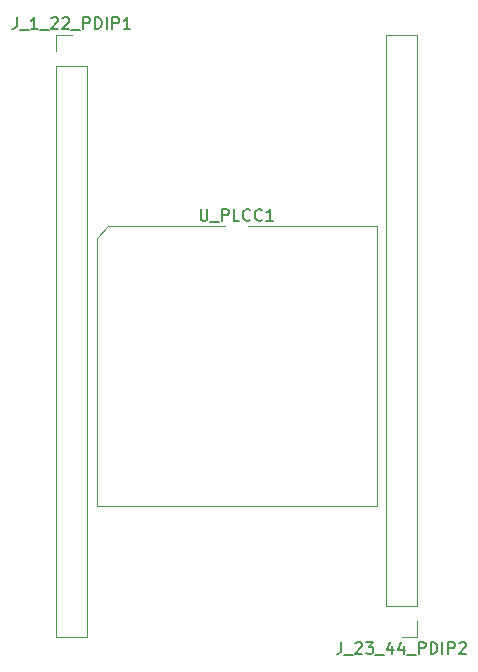
<source format=gbr>
G04 #@! TF.GenerationSoftware,KiCad,Pcbnew,(5.0.0-3-g5ebb6b6)*
G04 #@! TF.CreationDate,2018-09-23T00:30:24+01:00*
G04 #@! TF.ProjectId,BreadboardAdaptor44PinPLCC,4272656164626F61726441646170746F,rev?*
G04 #@! TF.SameCoordinates,Original*
G04 #@! TF.FileFunction,Legend,Top*
G04 #@! TF.FilePolarity,Positive*
%FSLAX46Y46*%
G04 Gerber Fmt 4.6, Leading zero omitted, Abs format (unit mm)*
G04 Created by KiCad (PCBNEW (5.0.0-3-g5ebb6b6)) date Sunday, 23 September 2018 at 00:30:24*
%MOMM*%
%LPD*%
G01*
G04 APERTURE LIST*
%ADD10C,0.120000*%
%ADD11C,0.150000*%
G04 APERTURE END LIST*
D10*
G04 #@! TO.C,J_1_22_PDIP1*
X157420000Y-127060000D02*
X160080000Y-127060000D01*
X157420000Y-78740000D02*
X157420000Y-127060000D01*
X160080000Y-78740000D02*
X160080000Y-127060000D01*
X157420000Y-78740000D02*
X160080000Y-78740000D01*
X157420000Y-77470000D02*
X157420000Y-76140000D01*
X157420000Y-76140000D02*
X158750000Y-76140000D01*
G04 #@! TO.C,J_23_44_PDIP2*
X188020000Y-127060000D02*
X186690000Y-127060000D01*
X188020000Y-125730000D02*
X188020000Y-127060000D01*
X188020000Y-124460000D02*
X185360000Y-124460000D01*
X185360000Y-124460000D02*
X185360000Y-76140000D01*
X188020000Y-124460000D02*
X188020000Y-76140000D01*
X188020000Y-76140000D02*
X185360000Y-76140000D01*
G04 #@! TO.C,U_PLCC1*
X171720000Y-92290000D02*
X161870000Y-92290000D01*
X161870000Y-92290000D02*
X160870000Y-93290000D01*
X160870000Y-93290000D02*
X160870000Y-115990000D01*
X160870000Y-115990000D02*
X184570000Y-115990000D01*
X184570000Y-115990000D02*
X184570000Y-92290000D01*
X184570000Y-92290000D02*
X173720000Y-92290000D01*
G04 #@! TO.C,J_1_22_PDIP1*
D11*
X154107142Y-74592380D02*
X154107142Y-75306666D01*
X154059523Y-75449523D01*
X153964285Y-75544761D01*
X153821428Y-75592380D01*
X153726190Y-75592380D01*
X154345238Y-75687619D02*
X155107142Y-75687619D01*
X155869047Y-75592380D02*
X155297619Y-75592380D01*
X155583333Y-75592380D02*
X155583333Y-74592380D01*
X155488095Y-74735238D01*
X155392857Y-74830476D01*
X155297619Y-74878095D01*
X156059523Y-75687619D02*
X156821428Y-75687619D01*
X157011904Y-74687619D02*
X157059523Y-74640000D01*
X157154761Y-74592380D01*
X157392857Y-74592380D01*
X157488095Y-74640000D01*
X157535714Y-74687619D01*
X157583333Y-74782857D01*
X157583333Y-74878095D01*
X157535714Y-75020952D01*
X156964285Y-75592380D01*
X157583333Y-75592380D01*
X157964285Y-74687619D02*
X158011904Y-74640000D01*
X158107142Y-74592380D01*
X158345238Y-74592380D01*
X158440476Y-74640000D01*
X158488095Y-74687619D01*
X158535714Y-74782857D01*
X158535714Y-74878095D01*
X158488095Y-75020952D01*
X157916666Y-75592380D01*
X158535714Y-75592380D01*
X158726190Y-75687619D02*
X159488095Y-75687619D01*
X159726190Y-75592380D02*
X159726190Y-74592380D01*
X160107142Y-74592380D01*
X160202380Y-74640000D01*
X160250000Y-74687619D01*
X160297619Y-74782857D01*
X160297619Y-74925714D01*
X160250000Y-75020952D01*
X160202380Y-75068571D01*
X160107142Y-75116190D01*
X159726190Y-75116190D01*
X160726190Y-75592380D02*
X160726190Y-74592380D01*
X160964285Y-74592380D01*
X161107142Y-74640000D01*
X161202380Y-74735238D01*
X161250000Y-74830476D01*
X161297619Y-75020952D01*
X161297619Y-75163809D01*
X161250000Y-75354285D01*
X161202380Y-75449523D01*
X161107142Y-75544761D01*
X160964285Y-75592380D01*
X160726190Y-75592380D01*
X161726190Y-75592380D02*
X161726190Y-74592380D01*
X162202380Y-75592380D02*
X162202380Y-74592380D01*
X162583333Y-74592380D01*
X162678571Y-74640000D01*
X162726190Y-74687619D01*
X162773809Y-74782857D01*
X162773809Y-74925714D01*
X162726190Y-75020952D01*
X162678571Y-75068571D01*
X162583333Y-75116190D01*
X162202380Y-75116190D01*
X163726190Y-75592380D02*
X163154761Y-75592380D01*
X163440476Y-75592380D02*
X163440476Y-74592380D01*
X163345238Y-74735238D01*
X163250000Y-74830476D01*
X163154761Y-74878095D01*
G04 #@! TO.C,J_23_44_PDIP2*
X181570952Y-127512380D02*
X181570952Y-128226666D01*
X181523333Y-128369523D01*
X181428095Y-128464761D01*
X181285238Y-128512380D01*
X181190000Y-128512380D01*
X181809047Y-128607619D02*
X182570952Y-128607619D01*
X182761428Y-127607619D02*
X182809047Y-127560000D01*
X182904285Y-127512380D01*
X183142380Y-127512380D01*
X183237619Y-127560000D01*
X183285238Y-127607619D01*
X183332857Y-127702857D01*
X183332857Y-127798095D01*
X183285238Y-127940952D01*
X182713809Y-128512380D01*
X183332857Y-128512380D01*
X183666190Y-127512380D02*
X184285238Y-127512380D01*
X183951904Y-127893333D01*
X184094761Y-127893333D01*
X184190000Y-127940952D01*
X184237619Y-127988571D01*
X184285238Y-128083809D01*
X184285238Y-128321904D01*
X184237619Y-128417142D01*
X184190000Y-128464761D01*
X184094761Y-128512380D01*
X183809047Y-128512380D01*
X183713809Y-128464761D01*
X183666190Y-128417142D01*
X184475714Y-128607619D02*
X185237619Y-128607619D01*
X185904285Y-127845714D02*
X185904285Y-128512380D01*
X185666190Y-127464761D02*
X185428095Y-128179047D01*
X186047142Y-128179047D01*
X186856666Y-127845714D02*
X186856666Y-128512380D01*
X186618571Y-127464761D02*
X186380476Y-128179047D01*
X186999523Y-128179047D01*
X187142380Y-128607619D02*
X187904285Y-128607619D01*
X188142380Y-128512380D02*
X188142380Y-127512380D01*
X188523333Y-127512380D01*
X188618571Y-127560000D01*
X188666190Y-127607619D01*
X188713809Y-127702857D01*
X188713809Y-127845714D01*
X188666190Y-127940952D01*
X188618571Y-127988571D01*
X188523333Y-128036190D01*
X188142380Y-128036190D01*
X189142380Y-128512380D02*
X189142380Y-127512380D01*
X189380476Y-127512380D01*
X189523333Y-127560000D01*
X189618571Y-127655238D01*
X189666190Y-127750476D01*
X189713809Y-127940952D01*
X189713809Y-128083809D01*
X189666190Y-128274285D01*
X189618571Y-128369523D01*
X189523333Y-128464761D01*
X189380476Y-128512380D01*
X189142380Y-128512380D01*
X190142380Y-128512380D02*
X190142380Y-127512380D01*
X190618571Y-128512380D02*
X190618571Y-127512380D01*
X190999523Y-127512380D01*
X191094761Y-127560000D01*
X191142380Y-127607619D01*
X191190000Y-127702857D01*
X191190000Y-127845714D01*
X191142380Y-127940952D01*
X191094761Y-127988571D01*
X190999523Y-128036190D01*
X190618571Y-128036190D01*
X191570952Y-127607619D02*
X191618571Y-127560000D01*
X191713809Y-127512380D01*
X191951904Y-127512380D01*
X192047142Y-127560000D01*
X192094761Y-127607619D01*
X192142380Y-127702857D01*
X192142380Y-127798095D01*
X192094761Y-127940952D01*
X191523333Y-128512380D01*
X192142380Y-128512380D01*
G04 #@! TO.C,U_PLCC1*
X169672380Y-90842380D02*
X169672380Y-91651904D01*
X169720000Y-91747142D01*
X169767619Y-91794761D01*
X169862857Y-91842380D01*
X170053333Y-91842380D01*
X170148571Y-91794761D01*
X170196190Y-91747142D01*
X170243809Y-91651904D01*
X170243809Y-90842380D01*
X170481904Y-91937619D02*
X171243809Y-91937619D01*
X171481904Y-91842380D02*
X171481904Y-90842380D01*
X171862857Y-90842380D01*
X171958095Y-90890000D01*
X172005714Y-90937619D01*
X172053333Y-91032857D01*
X172053333Y-91175714D01*
X172005714Y-91270952D01*
X171958095Y-91318571D01*
X171862857Y-91366190D01*
X171481904Y-91366190D01*
X172958095Y-91842380D02*
X172481904Y-91842380D01*
X172481904Y-90842380D01*
X173862857Y-91747142D02*
X173815238Y-91794761D01*
X173672380Y-91842380D01*
X173577142Y-91842380D01*
X173434285Y-91794761D01*
X173339047Y-91699523D01*
X173291428Y-91604285D01*
X173243809Y-91413809D01*
X173243809Y-91270952D01*
X173291428Y-91080476D01*
X173339047Y-90985238D01*
X173434285Y-90890000D01*
X173577142Y-90842380D01*
X173672380Y-90842380D01*
X173815238Y-90890000D01*
X173862857Y-90937619D01*
X174862857Y-91747142D02*
X174815238Y-91794761D01*
X174672380Y-91842380D01*
X174577142Y-91842380D01*
X174434285Y-91794761D01*
X174339047Y-91699523D01*
X174291428Y-91604285D01*
X174243809Y-91413809D01*
X174243809Y-91270952D01*
X174291428Y-91080476D01*
X174339047Y-90985238D01*
X174434285Y-90890000D01*
X174577142Y-90842380D01*
X174672380Y-90842380D01*
X174815238Y-90890000D01*
X174862857Y-90937619D01*
X175815238Y-91842380D02*
X175243809Y-91842380D01*
X175529523Y-91842380D02*
X175529523Y-90842380D01*
X175434285Y-90985238D01*
X175339047Y-91080476D01*
X175243809Y-91128095D01*
G04 #@! TD*
M02*

</source>
